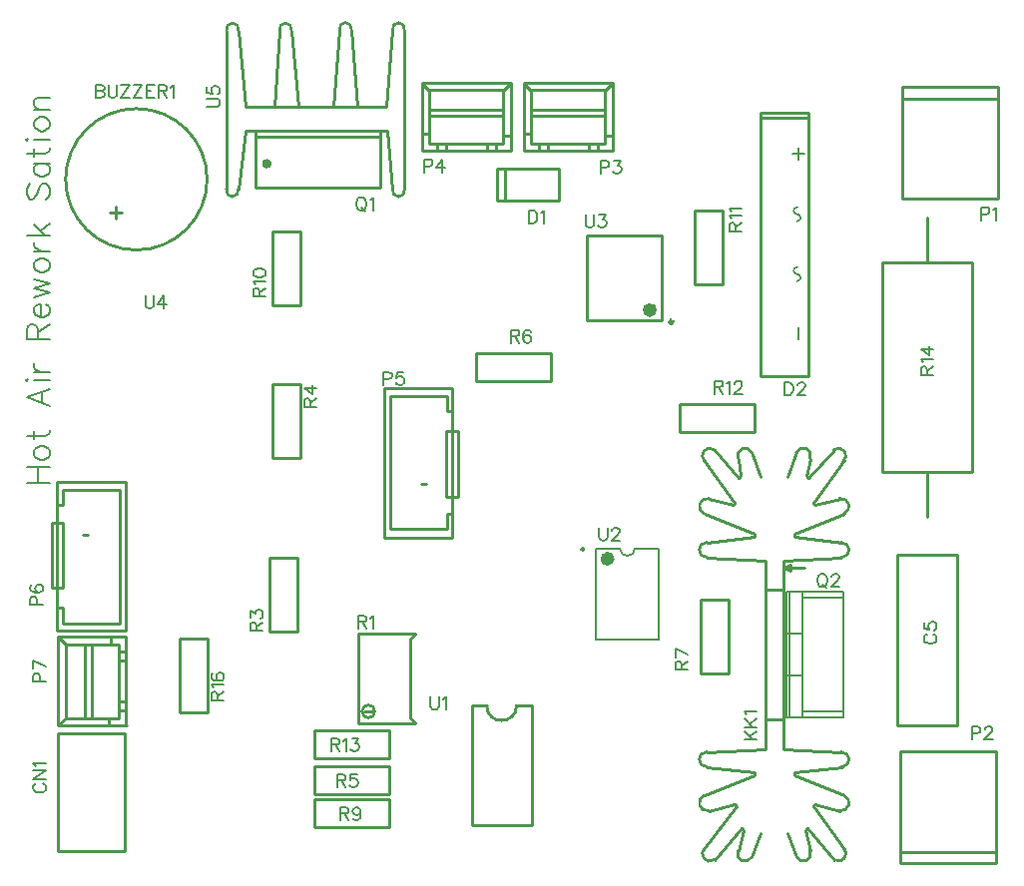
<source format=gto>
G04 Layer: TopSilkLayer*
G04 EasyEDA v6.4.0, 2020-08-15T23:10:14+05:30*
G04 5cc65f200d574341adaaee413559fcb0,ac1a8ddbb09a48189df0a8a7e8d705f5,10*
G04 Gerber Generator version 0.2*
G04 Scale: 100 percent, Rotated: No, Reflected: No *
G04 Dimensions in inches *
G04 leading zeros omitted , absolute positions ,2 integer and 4 decimal *
%FSLAX24Y24*%
%MOIN*%
G90*
G70D02*

%ADD10C,0.010000*%
%ADD34C,0.005905*%
%ADD35C,0.009000*%
%ADD36C,0.007874*%
%ADD37C,0.008000*%
%ADD38C,0.015748*%
%ADD39C,0.009842*%
%ADD40C,0.023622*%
%ADD41C,0.011811*%
%ADD42C,0.007000*%

%LPD*%
G54D10*
G01X7963Y24702D02*
G01X12136Y24702D01*
G01X12136Y22813D01*
G01X7963Y22813D01*
G01X7963Y24702D01*
G01X12136Y24505D02*
G01X7963Y24505D01*
G54D34*
G01X26250Y9100D02*
G01X27600Y9100D01*
G01X26250Y5300D02*
G01X27600Y5300D01*
G01X25800Y9300D02*
G01X25800Y5100D01*
G01X26200Y7900D02*
G01X25700Y7900D01*
G01X26200Y6500D02*
G01X25700Y6500D01*
G01X26250Y5100D02*
G01X26250Y9300D01*
G01X25700Y5100D02*
G01X25700Y9300D01*
G01X27600Y9300D01*
G01X27600Y5100D01*
G01X25700Y5100D01*
G54D10*
G01X32710Y225D02*
G01X32710Y3965D01*
G01X29527Y225D02*
G01X29527Y3965D01*
G01X32686Y3965D02*
G01X29538Y3965D01*
G01X32686Y225D02*
G01X29538Y225D01*
G01X32686Y619D02*
G01X29538Y619D01*
G01X16939Y26319D02*
G01X16939Y24036D01*
G01X16939Y26319D02*
G01X19893Y26319D01*
G01X19900Y26319D02*
G01X19900Y24040D01*
G01X16947Y24040D02*
G01X19900Y24040D01*
G01X17180Y26069D02*
G01X19650Y26069D01*
G01X19650Y24280D01*
G01X19880Y26309D02*
G01X19880Y26280D01*
G01X19639Y26040D01*
G01X16950Y26309D02*
G01X16950Y26280D01*
G01X17189Y26040D01*
G01X17180Y25409D02*
G01X19650Y25409D01*
G01X17180Y25200D02*
G01X19650Y25200D01*
G01X16939Y24619D02*
G01X17169Y24619D01*
G01X19660Y24550D02*
G01X19889Y24550D01*
G01X17430Y24050D02*
G01X17430Y24280D01*
G01X19650Y24280D02*
G01X17180Y24280D01*
G01X17180Y24280D02*
G01X17180Y26059D01*
G01X17189Y26059D01*
G01X17735Y24044D02*
G01X17735Y24275D01*
G01X19100Y24050D02*
G01X19100Y24280D01*
G01X19405Y24044D02*
G01X19405Y24275D01*
G01X13539Y26319D02*
G01X13539Y24036D01*
G01X13539Y26319D02*
G01X16493Y26319D01*
G01X16500Y26319D02*
G01X16500Y24040D01*
G01X13547Y24040D02*
G01X16500Y24040D01*
G01X13780Y26069D02*
G01X16250Y26069D01*
G01X16250Y24280D01*
G01X16480Y26309D02*
G01X16480Y26280D01*
G01X16239Y26040D01*
G01X13550Y26309D02*
G01X13550Y26280D01*
G01X13789Y26040D01*
G01X13780Y25409D02*
G01X16250Y25409D01*
G01X13780Y25200D02*
G01X16250Y25200D01*
G01X13539Y24619D02*
G01X13769Y24619D01*
G01X16260Y24550D02*
G01X16489Y24550D01*
G01X14030Y24050D02*
G01X14030Y24280D01*
G01X16250Y24280D02*
G01X13780Y24280D01*
G01X13780Y24280D02*
G01X13780Y26059D01*
G01X13789Y26059D01*
G01X14335Y24044D02*
G01X14335Y24275D01*
G01X15700Y24050D02*
G01X15700Y24280D01*
G01X16005Y24044D02*
G01X16005Y24275D01*
G01X11900Y5300D02*
G01X11750Y5300D01*
G01X11600Y5300D01*
G01X11750Y5300D01*
G01X11400Y4900D02*
G01X11400Y7900D01*
G01X13300Y7900D01*
G01X13150Y7700D01*
G01X13150Y5100D01*
G01X13300Y4900D01*
G01X13200Y4900D01*
G01X11400Y4900D01*
G01X12269Y11119D02*
G01X14553Y11119D01*
G01X12269Y11119D02*
G01X12269Y16080D01*
G01X12469Y11390D02*
G01X14360Y11390D01*
G01X13519Y12909D02*
G01X13689Y12909D01*
G01X14560Y11119D02*
G01X14560Y16080D01*
G01X12280Y16090D02*
G01X14560Y16090D01*
G01X12480Y15850D02*
G01X14369Y15850D01*
G01X14369Y15330D02*
G01X14369Y15850D01*
G01X14369Y15330D02*
G01X14539Y15330D01*
G01X14369Y11909D02*
G01X14369Y11390D01*
G01X14369Y11909D02*
G01X14539Y11909D01*
G01X14360Y12490D02*
G01X14360Y14650D01*
G01X14360Y12480D02*
G01X14530Y12480D01*
G01X14360Y14659D02*
G01X14530Y14659D01*
G01X14730Y14650D02*
G01X14730Y12490D01*
G01X14730Y14659D02*
G01X14560Y14659D01*
G01X14730Y12480D02*
G01X14560Y12480D01*
G01X12469Y11390D02*
G01X12469Y15850D01*
G01X8430Y10440D02*
G01X9369Y10440D01*
G01X9369Y10440D02*
G01X9369Y7959D01*
G01X9369Y7959D02*
G01X8430Y7959D01*
G01X8430Y7959D02*
G01X8430Y10440D01*
G01X8530Y16240D02*
G01X9469Y16240D01*
G01X9469Y16240D02*
G01X9469Y13759D01*
G01X9469Y13759D02*
G01X8530Y13759D01*
G01X8530Y13759D02*
G01X8530Y16240D01*
G01X9960Y2530D02*
G01X9960Y3469D01*
G01X9960Y3469D02*
G01X12439Y3469D01*
G01X12439Y3469D02*
G01X12439Y2530D01*
G01X12439Y2530D02*
G01X9960Y2530D01*
G01X3300Y21780D02*
G01X3300Y22180D01*
G01X3100Y21980D02*
G01X3500Y21980D01*
G01X15360Y16330D02*
G01X15360Y17269D01*
G01X15360Y17269D02*
G01X17839Y17269D01*
G01X17839Y17269D02*
G01X17839Y16330D01*
G01X17839Y16330D02*
G01X15360Y16330D01*
G01X22830Y9040D02*
G01X23769Y9040D01*
G01X23769Y9040D02*
G01X23769Y6559D01*
G01X23769Y6559D02*
G01X22830Y6559D01*
G01X22830Y6559D02*
G01X22830Y9040D01*
G01X9469Y18859D02*
G01X8530Y18859D01*
G01X8530Y18859D02*
G01X8530Y21340D01*
G01X8530Y21340D02*
G01X9469Y21340D01*
G01X9469Y21340D02*
G01X9469Y18859D01*
G01X23569Y19559D02*
G01X22630Y19559D01*
G01X22630Y19559D02*
G01X22630Y22040D01*
G01X22630Y22040D02*
G01X23569Y22040D01*
G01X23569Y22040D02*
G01X23569Y19559D01*
G01X22160Y14630D02*
G01X22160Y15569D01*
G01X22160Y15569D02*
G01X24639Y15569D01*
G01X24639Y15569D02*
G01X24639Y14630D01*
G01X24639Y14630D02*
G01X22160Y14630D01*
G54D35*
G01X18100Y22359D02*
G01X16050Y22359D01*
G01X16050Y23440D01*
G01X18100Y23440D01*
G01X18100Y22359D01*
G01X16300Y22359D02*
G01X16300Y23440D01*
G54D10*
G01X31400Y10553D02*
G01X31400Y4846D01*
G01X31400Y4846D02*
G01X29400Y4846D01*
G01X29400Y4846D02*
G01X29400Y10553D01*
G01X29400Y10553D02*
G01X31400Y10553D01*
G54D36*
G01X20150Y10750D02*
G01X19356Y10750D01*
G01X19356Y7700D01*
G01X21443Y7700D01*
G01X21443Y10750D01*
G01X20650Y10750D01*
G54D10*
G01X6369Y5259D02*
G01X5430Y5259D01*
G01X5430Y5259D02*
G01X5430Y7740D01*
G01X5430Y7740D02*
G01X6369Y7740D01*
G01X6369Y7740D02*
G01X6369Y5259D01*
G01X27550Y3950D02*
G01X25600Y4050D01*
G01X25600Y5030D01*
G01X25010Y5030D01*
G01X27500Y1980D02*
G01X26660Y2209D01*
G01X26619Y2130D01*
G01X27639Y709D01*
G01X27630Y2500D02*
G01X25969Y3159D01*
G01X25969Y3269D01*
G01X27580Y3450D01*
G01X27300Y350D02*
G01X26400Y1390D01*
G01X26330Y1340D01*
G01X26500Y650D01*
G01X23050Y10450D02*
G01X25000Y10350D01*
G01X25000Y4050D01*
G01X23050Y3950D01*
G01X23100Y12419D02*
G01X23939Y12190D01*
G01X23980Y12269D01*
G01X22960Y13690D01*
G01X22969Y11900D02*
G01X24630Y11240D01*
G01X24630Y11130D01*
G01X23030Y10950D01*
G01X23300Y14050D02*
G01X24100Y13109D01*
G01X24169Y13159D01*
G01X24100Y13750D01*
G01X23100Y1980D02*
G01X23989Y2209D01*
G01X24030Y2130D01*
G01X22960Y709D01*
G01X22969Y2500D02*
G01X24630Y3159D01*
G01X24630Y3269D01*
G01X23039Y3450D01*
G01X23300Y350D02*
G01X24200Y1390D01*
G01X24269Y1340D01*
G01X24100Y650D01*
G01X27550Y10450D02*
G01X25600Y10350D01*
G01X25600Y9369D01*
G01X25600Y5030D01*
G01X27500Y12419D02*
G01X26660Y12190D01*
G01X26619Y12269D01*
G01X27639Y13690D01*
G01X27630Y11900D02*
G01X25969Y11240D01*
G01X25969Y11130D01*
G01X27569Y10950D01*
G01X27300Y14050D02*
G01X26450Y13109D01*
G01X26380Y13159D01*
G01X26500Y13750D01*
G01X25750Y1250D02*
G01X26050Y440D01*
G01X24850Y1250D02*
G01X24550Y430D01*
G01X25750Y13150D02*
G01X26050Y13969D01*
G01X24850Y13150D02*
G01X24550Y13969D01*
G01X26300Y10100D02*
G01X25700Y10100D01*
G01X25850Y10150D01*
G01X25850Y10200D01*
G01X25650Y10100D01*
G01X25850Y10000D01*
G01X25850Y10050D01*
G01X25850Y10150D01*
G01X25700Y10100D02*
G01X25650Y10100D01*
G01X25850Y10050D01*
G01X25600Y9369D02*
G01X25010Y9369D01*
G01X7637Y24718D02*
G01X7637Y24718D01*
G01X12380Y24718D01*
G01X12559Y22750D01*
G01X12952Y26096D02*
G01X12952Y22750D01*
G01X12952Y28065D02*
G01X12952Y25900D01*
G01X7637Y25506D02*
G01X12362Y25506D01*
G01X12559Y28065D01*
G01X12559Y28065D01*
G01X10787Y28065D02*
G01X10590Y25506D01*
G01X10590Y25506D01*
G01X11181Y28065D02*
G01X11377Y25506D01*
G01X7637Y24718D02*
G01X7637Y24718D01*
G01X7401Y22750D01*
G01X7401Y22750D01*
G01X7015Y26079D02*
G01X7007Y22750D01*
G01X7015Y28048D02*
G01X7015Y25883D01*
G01X7637Y25506D02*
G01X7637Y25506D01*
G01X7409Y28048D01*
G01X7409Y28048D01*
G01X9180Y28048D02*
G01X9409Y25506D01*
G01X9409Y25506D01*
G01X8787Y28048D02*
G01X8622Y25506D01*
G01X29589Y26175D02*
G01X29589Y22434D01*
G01X32772Y26175D02*
G01X32772Y22434D01*
G01X29613Y22434D02*
G01X32761Y22434D01*
G01X29613Y26175D02*
G01X32761Y26175D01*
G01X29613Y25780D02*
G01X32761Y25780D01*
G01X30400Y20300D02*
G01X30400Y21800D01*
G01X28900Y13300D02*
G01X28900Y20300D01*
G01X31900Y20300D01*
G01X31900Y13300D01*
G01X30400Y13300D01*
G01X28900Y13300D01*
G01X30400Y11800D02*
G01X30400Y13300D01*
G01X26451Y25151D02*
G01X24888Y25151D01*
G54D37*
G01X26108Y18128D02*
G01X26108Y17734D01*
G01X26108Y24128D02*
G01X26108Y23734D01*
G01X26305Y23931D02*
G01X25911Y23931D01*
G54D10*
G01X24848Y25309D02*
G01X26451Y25309D01*
G01X26451Y16490D01*
G01X24848Y16490D01*
G01X24848Y25309D01*
G01X21560Y21196D02*
G01X21560Y18363D01*
G01X21560Y21196D02*
G01X19039Y21196D01*
G01X19039Y18363D02*
G01X19039Y21196D01*
G01X19039Y18363D02*
G01X21560Y18363D01*
G01X3630Y12980D02*
G01X1346Y12980D01*
G01X3630Y12980D02*
G01X3630Y8019D01*
G01X3430Y12709D02*
G01X1539Y12709D01*
G01X2380Y11190D02*
G01X2210Y11190D01*
G01X1339Y12980D02*
G01X1339Y8019D01*
G01X3619Y8009D02*
G01X1339Y8009D01*
G01X3419Y8250D02*
G01X1530Y8250D01*
G01X1530Y8769D02*
G01X1530Y8250D01*
G01X1530Y8769D02*
G01X1360Y8769D01*
G01X1530Y12190D02*
G01X1530Y12709D01*
G01X1530Y12190D02*
G01X1360Y12190D01*
G01X1539Y11609D02*
G01X1539Y9450D01*
G01X1539Y11619D02*
G01X1369Y11619D01*
G01X1539Y9440D02*
G01X1369Y9440D01*
G01X1169Y9450D02*
G01X1169Y11609D01*
G01X1169Y9440D02*
G01X1339Y9440D01*
G01X1169Y11619D02*
G01X1339Y11619D01*
G01X3430Y12709D02*
G01X3430Y8250D01*
G01X15200Y1500D02*
G01X17200Y1500D01*
G01X17200Y1500D02*
G01X17200Y5500D01*
G01X15200Y1500D02*
G01X15200Y5500D01*
G01X15200Y5500D02*
G01X15700Y5500D01*
G01X16700Y5500D02*
G01X17200Y5500D01*
G01X12439Y2369D02*
G01X12439Y1430D01*
G01X12439Y1430D02*
G01X9960Y1430D01*
G01X9960Y1430D02*
G01X9960Y2369D01*
G01X9960Y2369D02*
G01X12439Y2369D01*
G01X12439Y4669D02*
G01X12439Y3730D01*
G01X12439Y3730D02*
G01X9960Y3730D01*
G01X9960Y3730D02*
G01X9960Y4669D01*
G01X9960Y4669D02*
G01X12439Y4669D01*
G01X1377Y639D02*
G01X1377Y4576D01*
G01X1377Y4576D02*
G01X3622Y4576D01*
G01X3622Y4576D02*
G01X3622Y639D01*
G01X3622Y639D02*
G01X1377Y639D01*
G01X1380Y4840D02*
G01X3663Y4840D01*
G01X1380Y4840D02*
G01X1380Y7792D01*
G01X1380Y7800D02*
G01X3660Y7800D01*
G01X3660Y4847D02*
G01X3660Y7800D01*
G01X1630Y5080D02*
G01X1630Y7550D01*
G01X3419Y7550D01*
G01X1389Y7780D02*
G01X1419Y7780D01*
G01X1660Y7540D01*
G01X1389Y4850D02*
G01X1419Y4850D01*
G01X1660Y5090D01*
G01X2289Y5080D02*
G01X2289Y7550D01*
G01X2500Y5080D02*
G01X2500Y7550D01*
G01X3080Y4840D02*
G01X3080Y5069D01*
G01X3150Y7559D02*
G01X3150Y7790D01*
G01X3650Y5330D02*
G01X3419Y5330D01*
G01X3419Y7550D02*
G01X3419Y5080D01*
G01X3419Y5080D02*
G01X1639Y5080D01*
G01X1639Y5090D01*
G01X3655Y5634D02*
G01X3425Y5634D01*
G01X3650Y7000D02*
G01X3419Y7000D01*
G01X3655Y7305D02*
G01X3425Y7305D01*
G54D37*
G01X336Y12948D02*
G01X1100Y12948D01*
G01X336Y13457D02*
G01X1100Y13457D01*
G01X700Y12948D02*
G01X700Y13457D01*
G01X590Y13880D02*
G01X627Y13807D01*
G01X700Y13734D01*
G01X809Y13698D01*
G01X881Y13698D01*
G01X990Y13734D01*
G01X1064Y13807D01*
G01X1100Y13880D01*
G01X1100Y13988D01*
G01X1064Y14061D01*
G01X990Y14134D01*
G01X881Y14171D01*
G01X809Y14171D01*
G01X700Y14134D01*
G01X627Y14061D01*
G01X590Y13988D01*
G01X590Y13880D01*
G01X336Y14519D02*
G01X955Y14519D01*
G01X1064Y14555D01*
G01X1100Y14628D01*
G01X1100Y14701D01*
G01X590Y14411D02*
G01X590Y14665D01*
G01X336Y15792D02*
G01X1100Y15501D01*
G01X336Y15792D02*
G01X1100Y16084D01*
G01X846Y15611D02*
G01X846Y15973D01*
G01X336Y16323D02*
G01X372Y16359D01*
G01X336Y16396D01*
G01X300Y16359D01*
G01X336Y16323D01*
G01X590Y16359D02*
G01X1100Y16359D01*
G01X590Y16636D02*
G01X1100Y16636D01*
G01X809Y16636D02*
G01X700Y16673D01*
G01X627Y16744D01*
G01X590Y16817D01*
G01X590Y16927D01*
G01X336Y17727D02*
G01X1100Y17727D01*
G01X336Y17727D02*
G01X336Y18053D01*
G01X372Y18163D01*
G01X409Y18200D01*
G01X481Y18236D01*
G01X555Y18236D01*
G01X627Y18200D01*
G01X664Y18163D01*
G01X700Y18053D01*
G01X700Y17727D01*
G01X700Y17982D02*
G01X1100Y18236D01*
G01X809Y18476D02*
G01X809Y18913D01*
G01X736Y18913D01*
G01X664Y18876D01*
G01X627Y18840D01*
G01X590Y18767D01*
G01X590Y18657D01*
G01X627Y18584D01*
G01X700Y18513D01*
G01X809Y18476D01*
G01X881Y18476D01*
G01X990Y18513D01*
G01X1064Y18584D01*
G01X1100Y18657D01*
G01X1100Y18767D01*
G01X1064Y18840D01*
G01X990Y18913D01*
G01X590Y19153D02*
G01X1100Y19298D01*
G01X590Y19444D02*
G01X1100Y19298D01*
G01X590Y19444D02*
G01X1100Y19588D01*
G01X590Y19734D02*
G01X1100Y19588D01*
G01X590Y20155D02*
G01X627Y20084D01*
G01X700Y20011D01*
G01X809Y19973D01*
G01X881Y19973D01*
G01X990Y20011D01*
G01X1064Y20084D01*
G01X1100Y20155D01*
G01X1100Y20265D01*
G01X1064Y20338D01*
G01X990Y20411D01*
G01X881Y20446D01*
G01X809Y20446D01*
G01X700Y20411D01*
G01X627Y20338D01*
G01X590Y20265D01*
G01X590Y20155D01*
G01X590Y20686D02*
G01X1100Y20686D01*
G01X809Y20686D02*
G01X700Y20723D01*
G01X627Y20796D01*
G01X590Y20869D01*
G01X590Y20978D01*
G01X336Y21217D02*
G01X1100Y21217D01*
G01X590Y21582D02*
G01X955Y21217D01*
G01X809Y21363D02*
G01X1100Y21617D01*
G01X446Y22927D02*
G01X372Y22853D01*
G01X336Y22744D01*
G01X336Y22600D01*
G01X372Y22490D01*
G01X446Y22417D01*
G01X518Y22417D01*
G01X590Y22453D01*
G01X627Y22490D01*
G01X664Y22563D01*
G01X736Y22782D01*
G01X772Y22853D01*
G01X809Y22890D01*
G01X881Y22927D01*
G01X990Y22927D01*
G01X1064Y22853D01*
G01X1100Y22744D01*
G01X1100Y22600D01*
G01X1064Y22490D01*
G01X990Y22417D01*
G01X590Y23603D02*
G01X1100Y23603D01*
G01X700Y23603D02*
G01X627Y23530D01*
G01X590Y23457D01*
G01X590Y23348D01*
G01X627Y23276D01*
G01X700Y23203D01*
G01X809Y23167D01*
G01X881Y23167D01*
G01X990Y23203D01*
G01X1064Y23276D01*
G01X1100Y23348D01*
G01X1100Y23457D01*
G01X1064Y23530D01*
G01X990Y23603D01*
G01X336Y23953D02*
G01X955Y23953D01*
G01X1064Y23988D01*
G01X1100Y24061D01*
G01X1100Y24134D01*
G01X590Y23844D02*
G01X590Y24098D01*
G01X336Y24373D02*
G01X372Y24411D01*
G01X336Y24446D01*
G01X300Y24411D01*
G01X336Y24373D01*
G01X590Y24411D02*
G01X1100Y24411D01*
G01X590Y24869D02*
G01X627Y24796D01*
G01X700Y24723D01*
G01X809Y24686D01*
G01X881Y24686D01*
G01X990Y24723D01*
G01X1064Y24796D01*
G01X1100Y24869D01*
G01X1100Y24978D01*
G01X1064Y25051D01*
G01X990Y25123D01*
G01X881Y25159D01*
G01X809Y25159D01*
G01X700Y25123D01*
G01X627Y25051D01*
G01X590Y24978D01*
G01X590Y24869D01*
G01X590Y25400D02*
G01X1100Y25400D01*
G01X736Y25400D02*
G01X627Y25509D01*
G01X590Y25582D01*
G01X590Y25690D01*
G01X627Y25763D01*
G01X736Y25800D01*
G01X1100Y25800D01*
G54D42*
G01X11468Y22480D02*
G01X11427Y22460D01*
G01X11386Y22419D01*
G01X11365Y22378D01*
G01X11345Y22317D01*
G01X11345Y22215D01*
G01X11365Y22153D01*
G01X11386Y22112D01*
G01X11427Y22071D01*
G01X11468Y22051D01*
G01X11550Y22051D01*
G01X11590Y22071D01*
G01X11631Y22112D01*
G01X11652Y22153D01*
G01X11672Y22215D01*
G01X11672Y22317D01*
G01X11652Y22378D01*
G01X11631Y22419D01*
G01X11590Y22460D01*
G01X11550Y22480D01*
G01X11468Y22480D01*
G01X11529Y22133D02*
G01X11652Y22010D01*
G01X11807Y22399D02*
G01X11848Y22419D01*
G01X11910Y22480D01*
G01X11910Y22051D01*
G01X26868Y9896D02*
G01X26827Y9876D01*
G01X26786Y9834D01*
G01X26765Y9794D01*
G01X26745Y9732D01*
G01X26745Y9630D01*
G01X26765Y9569D01*
G01X26786Y9528D01*
G01X26827Y9486D01*
G01X26868Y9467D01*
G01X26950Y9467D01*
G01X26990Y9486D01*
G01X27031Y9528D01*
G01X27052Y9569D01*
G01X27072Y9630D01*
G01X27072Y9732D01*
G01X27052Y9794D01*
G01X27031Y9834D01*
G01X26990Y9876D01*
G01X26950Y9896D01*
G01X26868Y9896D01*
G01X26929Y9548D02*
G01X27052Y9426D01*
G01X27228Y9794D02*
G01X27228Y9815D01*
G01X27248Y9855D01*
G01X27269Y9876D01*
G01X27310Y9896D01*
G01X27391Y9896D01*
G01X27432Y9876D01*
G01X27453Y9855D01*
G01X27473Y9815D01*
G01X27473Y9773D01*
G01X27453Y9732D01*
G01X27412Y9671D01*
G01X27207Y9467D01*
G01X27494Y9467D01*
G01X31900Y4800D02*
G01X31900Y4371D01*
G01X31900Y4800D02*
G01X32084Y4800D01*
G01X32144Y4780D01*
G01X32165Y4759D01*
G01X32185Y4719D01*
G01X32185Y4657D01*
G01X32165Y4615D01*
G01X32144Y4596D01*
G01X32084Y4575D01*
G01X31900Y4575D01*
G01X32342Y4698D02*
G01X32342Y4719D01*
G01X32361Y4759D01*
G01X32382Y4780D01*
G01X32423Y4800D01*
G01X32505Y4800D01*
G01X32546Y4780D01*
G01X32567Y4759D01*
G01X32586Y4719D01*
G01X32586Y4678D01*
G01X32567Y4636D01*
G01X32526Y4575D01*
G01X32321Y4371D01*
G01X32607Y4371D01*
G01X19500Y23700D02*
G01X19500Y23271D01*
G01X19500Y23700D02*
G01X19684Y23700D01*
G01X19744Y23680D01*
G01X19765Y23659D01*
G01X19785Y23619D01*
G01X19785Y23557D01*
G01X19765Y23515D01*
G01X19744Y23496D01*
G01X19684Y23475D01*
G01X19500Y23475D01*
G01X19961Y23700D02*
G01X20186Y23700D01*
G01X20064Y23536D01*
G01X20126Y23536D01*
G01X20167Y23515D01*
G01X20186Y23496D01*
G01X20207Y23434D01*
G01X20207Y23394D01*
G01X20186Y23332D01*
G01X20146Y23290D01*
G01X20085Y23271D01*
G01X20023Y23271D01*
G01X19961Y23290D01*
G01X19942Y23311D01*
G01X19921Y23353D01*
G01X13600Y23744D02*
G01X13600Y23315D01*
G01X13600Y23744D02*
G01X13784Y23744D01*
G01X13844Y23725D01*
G01X13865Y23705D01*
G01X13885Y23663D01*
G01X13885Y23602D01*
G01X13865Y23561D01*
G01X13844Y23540D01*
G01X13784Y23519D01*
G01X13600Y23519D01*
G01X14226Y23744D02*
G01X14021Y23459D01*
G01X14327Y23459D01*
G01X14226Y23744D02*
G01X14226Y23315D01*
G01X11400Y8500D02*
G01X11400Y8071D01*
G01X11400Y8500D02*
G01X11584Y8500D01*
G01X11644Y8480D01*
G01X11665Y8459D01*
G01X11685Y8419D01*
G01X11685Y8378D01*
G01X11665Y8336D01*
G01X11644Y8315D01*
G01X11584Y8296D01*
G01X11400Y8296D01*
G01X11543Y8296D02*
G01X11685Y8071D01*
G01X11821Y8419D02*
G01X11861Y8438D01*
G01X11923Y8500D01*
G01X11923Y8071D01*
G01X12245Y16636D02*
G01X12245Y16207D01*
G01X12245Y16636D02*
G01X12429Y16636D01*
G01X12490Y16616D01*
G01X12511Y16596D01*
G01X12531Y16555D01*
G01X12531Y16493D01*
G01X12511Y16452D01*
G01X12490Y16432D01*
G01X12429Y16411D01*
G01X12245Y16411D01*
G01X12912Y16636D02*
G01X12707Y16636D01*
G01X12687Y16452D01*
G01X12707Y16473D01*
G01X12769Y16493D01*
G01X12830Y16493D01*
G01X12891Y16473D01*
G01X12932Y16432D01*
G01X12953Y16371D01*
G01X12953Y16330D01*
G01X12932Y16268D01*
G01X12891Y16227D01*
G01X12830Y16207D01*
G01X12769Y16207D01*
G01X12707Y16227D01*
G01X12687Y16248D01*
G01X12666Y16289D01*
G01X7800Y7991D02*
G01X8229Y7991D01*
G01X7800Y7991D02*
G01X7800Y8175D01*
G01X7820Y8236D01*
G01X7840Y8257D01*
G01X7881Y8277D01*
G01X7922Y8277D01*
G01X7963Y8257D01*
G01X7984Y8236D01*
G01X8004Y8175D01*
G01X8004Y7991D01*
G01X8004Y8134D02*
G01X8229Y8277D01*
G01X7800Y8453D02*
G01X7800Y8678D01*
G01X7963Y8556D01*
G01X7963Y8617D01*
G01X7984Y8658D01*
G01X8004Y8678D01*
G01X8065Y8699D01*
G01X8106Y8699D01*
G01X8168Y8678D01*
G01X8209Y8637D01*
G01X8229Y8576D01*
G01X8229Y8515D01*
G01X8209Y8453D01*
G01X8188Y8433D01*
G01X8147Y8412D01*
G01X9600Y15471D02*
G01X10029Y15471D01*
G01X9600Y15471D02*
G01X9600Y15655D01*
G01X9620Y15717D01*
G01X9640Y15738D01*
G01X9681Y15757D01*
G01X9722Y15757D01*
G01X9763Y15738D01*
G01X9784Y15717D01*
G01X9804Y15655D01*
G01X9804Y15471D01*
G01X9804Y15615D02*
G01X10029Y15757D01*
G01X9600Y16098D02*
G01X9886Y15892D01*
G01X9886Y16200D01*
G01X9600Y16098D02*
G01X10029Y16098D01*
G01X10700Y3200D02*
G01X10700Y2771D01*
G01X10700Y3200D02*
G01X10884Y3200D01*
G01X10944Y3180D01*
G01X10965Y3159D01*
G01X10985Y3119D01*
G01X10985Y3078D01*
G01X10965Y3036D01*
G01X10944Y3015D01*
G01X10884Y2996D01*
G01X10700Y2996D01*
G01X10843Y2996D02*
G01X10985Y2771D01*
G01X11367Y3200D02*
G01X11161Y3200D01*
G01X11142Y3015D01*
G01X11161Y3036D01*
G01X11223Y3057D01*
G01X11285Y3057D01*
G01X11346Y3036D01*
G01X11386Y2996D01*
G01X11407Y2934D01*
G01X11407Y2894D01*
G01X11386Y2832D01*
G01X11346Y2790D01*
G01X11285Y2771D01*
G01X11223Y2771D01*
G01X11161Y2790D01*
G01X11142Y2811D01*
G01X11121Y2853D01*
G01X2645Y26234D02*
G01X2645Y25805D01*
G01X2645Y26234D02*
G01X2829Y26234D01*
G01X2890Y26214D01*
G01X2911Y26194D01*
G01X2931Y26153D01*
G01X2931Y26112D01*
G01X2911Y26071D01*
G01X2890Y26050D01*
G01X2829Y26030D01*
G01X2645Y26030D02*
G01X2829Y26030D01*
G01X2890Y26009D01*
G01X2911Y25989D01*
G01X2931Y25948D01*
G01X2931Y25887D01*
G01X2911Y25846D01*
G01X2890Y25825D01*
G01X2829Y25805D01*
G01X2645Y25805D01*
G01X3066Y26234D02*
G01X3066Y25928D01*
G01X3087Y25866D01*
G01X3128Y25825D01*
G01X3189Y25805D01*
G01X3230Y25805D01*
G01X3291Y25825D01*
G01X3332Y25866D01*
G01X3353Y25928D01*
G01X3353Y26234D01*
G01X3774Y26234D02*
G01X3488Y25805D01*
G01X3488Y26234D02*
G01X3774Y26234D01*
G01X3488Y25805D02*
G01X3774Y25805D01*
G01X4195Y26234D02*
G01X3909Y25805D01*
G01X3909Y26234D02*
G01X4195Y26234D01*
G01X3909Y25805D02*
G01X4195Y25805D01*
G01X4330Y26234D02*
G01X4330Y25805D01*
G01X4330Y26234D02*
G01X4596Y26234D01*
G01X4330Y26030D02*
G01X4494Y26030D01*
G01X4330Y25805D02*
G01X4596Y25805D01*
G01X4731Y26234D02*
G01X4731Y25805D01*
G01X4731Y26234D02*
G01X4915Y26234D01*
G01X4977Y26214D01*
G01X4997Y26194D01*
G01X5018Y26153D01*
G01X5018Y26112D01*
G01X4997Y26071D01*
G01X4977Y26050D01*
G01X4915Y26030D01*
G01X4731Y26030D01*
G01X4875Y26030D02*
G01X5018Y25805D01*
G01X5153Y26153D02*
G01X5194Y26173D01*
G01X5255Y26234D01*
G01X5255Y25805D01*
G01X16500Y18044D02*
G01X16500Y17615D01*
G01X16500Y18044D02*
G01X16684Y18044D01*
G01X16744Y18025D01*
G01X16765Y18005D01*
G01X16785Y17963D01*
G01X16785Y17923D01*
G01X16765Y17882D01*
G01X16744Y17861D01*
G01X16684Y17840D01*
G01X16500Y17840D01*
G01X16643Y17840D02*
G01X16785Y17615D01*
G01X17167Y17984D02*
G01X17146Y18025D01*
G01X17085Y18044D01*
G01X17043Y18044D01*
G01X16982Y18025D01*
G01X16942Y17963D01*
G01X16921Y17861D01*
G01X16921Y17759D01*
G01X16942Y17677D01*
G01X16982Y17636D01*
G01X17043Y17615D01*
G01X17064Y17615D01*
G01X17126Y17636D01*
G01X17167Y17677D01*
G01X17186Y17738D01*
G01X17186Y17759D01*
G01X17167Y17819D01*
G01X17126Y17861D01*
G01X17064Y17882D01*
G01X17043Y17882D01*
G01X16982Y17861D01*
G01X16942Y17819D01*
G01X16921Y17759D01*
G01X22000Y6691D02*
G01X22429Y6691D01*
G01X22000Y6691D02*
G01X22000Y6875D01*
G01X22020Y6936D01*
G01X22040Y6957D01*
G01X22081Y6977D01*
G01X22122Y6977D01*
G01X22163Y6957D01*
G01X22184Y6936D01*
G01X22204Y6875D01*
G01X22204Y6691D01*
G01X22204Y6834D02*
G01X22429Y6977D01*
G01X22000Y7399D02*
G01X22429Y7194D01*
G01X22000Y7112D02*
G01X22000Y7399D01*
G01X7900Y19155D02*
G01X8329Y19155D01*
G01X7900Y19155D02*
G01X7900Y19338D01*
G01X7920Y19400D01*
G01X7940Y19421D01*
G01X7981Y19440D01*
G01X8022Y19440D01*
G01X8063Y19421D01*
G01X8084Y19400D01*
G01X8104Y19338D01*
G01X8104Y19155D01*
G01X8104Y19298D02*
G01X8329Y19440D01*
G01X7981Y19576D02*
G01X7961Y19617D01*
G01X7900Y19678D01*
G01X8329Y19678D01*
G01X7900Y19936D02*
G01X7920Y19875D01*
G01X7981Y19834D01*
G01X8084Y19813D01*
G01X8145Y19813D01*
G01X8247Y19834D01*
G01X8309Y19875D01*
G01X8329Y19936D01*
G01X8329Y19977D01*
G01X8309Y20038D01*
G01X8247Y20080D01*
G01X8145Y20100D01*
G01X8084Y20100D01*
G01X7981Y20080D01*
G01X7920Y20038D01*
G01X7900Y19977D01*
G01X7900Y19936D01*
G01X23800Y21338D02*
G01X24229Y21338D01*
G01X23800Y21338D02*
G01X23800Y21522D01*
G01X23820Y21583D01*
G01X23840Y21604D01*
G01X23881Y21624D01*
G01X23922Y21624D01*
G01X23963Y21604D01*
G01X23984Y21583D01*
G01X24004Y21522D01*
G01X24004Y21338D01*
G01X24004Y21481D02*
G01X24229Y21624D01*
G01X23881Y21759D02*
G01X23861Y21800D01*
G01X23800Y21862D01*
G01X24229Y21862D01*
G01X23881Y21997D02*
G01X23861Y22038D01*
G01X23800Y22099D01*
G01X24229Y22099D01*
G01X23300Y16344D02*
G01X23300Y15915D01*
G01X23300Y16344D02*
G01X23484Y16344D01*
G01X23544Y16325D01*
G01X23565Y16305D01*
G01X23585Y16263D01*
G01X23585Y16223D01*
G01X23565Y16182D01*
G01X23544Y16161D01*
G01X23484Y16140D01*
G01X23300Y16140D01*
G01X23443Y16140D02*
G01X23585Y15915D01*
G01X23721Y16263D02*
G01X23761Y16284D01*
G01X23823Y16344D01*
G01X23823Y15915D01*
G01X23978Y16242D02*
G01X23978Y16263D01*
G01X24000Y16305D01*
G01X24019Y16325D01*
G01X24060Y16344D01*
G01X24143Y16344D01*
G01X24184Y16325D01*
G01X24203Y16305D01*
G01X24225Y16263D01*
G01X24225Y16223D01*
G01X24203Y16182D01*
G01X24163Y16119D01*
G01X23959Y15915D01*
G01X24244Y15915D01*
G01X17100Y22044D02*
G01X17100Y21615D01*
G01X17100Y22044D02*
G01X17243Y22044D01*
G01X17305Y22025D01*
G01X17344Y21984D01*
G01X17365Y21942D01*
G01X17385Y21882D01*
G01X17385Y21780D01*
G01X17365Y21717D01*
G01X17344Y21677D01*
G01X17305Y21636D01*
G01X17243Y21615D01*
G01X17100Y21615D01*
G01X17521Y21963D02*
G01X17561Y21984D01*
G01X17623Y22044D01*
G01X17623Y21615D01*
G01X30402Y7878D02*
G01X30361Y7857D01*
G01X30320Y7817D01*
G01X30300Y7776D01*
G01X30300Y7694D01*
G01X30320Y7653D01*
G01X30361Y7613D01*
G01X30402Y7592D01*
G01X30463Y7571D01*
G01X30565Y7571D01*
G01X30627Y7592D01*
G01X30668Y7613D01*
G01X30709Y7653D01*
G01X30729Y7694D01*
G01X30729Y7776D01*
G01X30709Y7817D01*
G01X30668Y7857D01*
G01X30627Y7878D01*
G01X30300Y8259D02*
G01X30300Y8055D01*
G01X30484Y8034D01*
G01X30463Y8055D01*
G01X30443Y8115D01*
G01X30443Y8176D01*
G01X30463Y8238D01*
G01X30504Y8280D01*
G01X30565Y8300D01*
G01X30606Y8300D01*
G01X30668Y8280D01*
G01X30709Y8238D01*
G01X30729Y8176D01*
G01X30729Y8115D01*
G01X30709Y8055D01*
G01X30688Y8034D01*
G01X30647Y8013D01*
G01X19445Y11436D02*
G01X19445Y11130D01*
G01X19465Y11068D01*
G01X19506Y11027D01*
G01X19568Y11007D01*
G01X19609Y11007D01*
G01X19670Y11027D01*
G01X19711Y11068D01*
G01X19731Y11130D01*
G01X19731Y11436D01*
G01X19887Y11334D02*
G01X19887Y11355D01*
G01X19907Y11396D01*
G01X19928Y11416D01*
G01X19969Y11436D01*
G01X20050Y11436D01*
G01X20091Y11416D01*
G01X20112Y11396D01*
G01X20132Y11355D01*
G01X20132Y11314D01*
G01X20112Y11273D01*
G01X20071Y11211D01*
G01X19866Y11007D01*
G01X20153Y11007D01*
G01X6500Y5675D02*
G01X6929Y5675D01*
G01X6500Y5675D02*
G01X6500Y5859D01*
G01X6520Y5919D01*
G01X6540Y5940D01*
G01X6581Y5961D01*
G01X6622Y5961D01*
G01X6663Y5940D01*
G01X6684Y5919D01*
G01X6704Y5859D01*
G01X6704Y5675D01*
G01X6704Y5817D02*
G01X6929Y5961D01*
G01X6581Y6096D02*
G01X6561Y6136D01*
G01X6500Y6198D01*
G01X6929Y6198D01*
G01X6561Y6578D02*
G01X6520Y6559D01*
G01X6500Y6496D01*
G01X6500Y6455D01*
G01X6520Y6394D01*
G01X6581Y6353D01*
G01X6684Y6334D01*
G01X6786Y6334D01*
G01X6868Y6353D01*
G01X6909Y6394D01*
G01X6929Y6455D01*
G01X6929Y6476D01*
G01X6909Y6538D01*
G01X6868Y6578D01*
G01X6806Y6600D01*
G01X6786Y6600D01*
G01X6725Y6578D01*
G01X6684Y6538D01*
G01X6663Y6476D01*
G01X6663Y6455D01*
G01X6684Y6394D01*
G01X6725Y6353D01*
G01X6786Y6334D01*
G01X24300Y4355D02*
G01X24729Y4355D01*
G01X24300Y4640D02*
G01X24586Y4355D01*
G01X24484Y4457D02*
G01X24729Y4640D01*
G01X24300Y4776D02*
G01X24729Y4776D01*
G01X24300Y5063D02*
G01X24586Y4776D01*
G01X24484Y4878D02*
G01X24729Y5063D01*
G01X24381Y5198D02*
G01X24361Y5238D01*
G01X24300Y5300D01*
G01X24729Y5300D01*
G01X6355Y25500D02*
G01X6660Y25500D01*
G01X6722Y25519D01*
G01X6764Y25561D01*
G01X6784Y25623D01*
G01X6784Y25663D01*
G01X6764Y25725D01*
G01X6722Y25765D01*
G01X6660Y25786D01*
G01X6355Y25786D01*
G01X6355Y26167D02*
G01X6355Y25961D01*
G01X6539Y25942D01*
G01X6518Y25961D01*
G01X6497Y26023D01*
G01X6497Y26084D01*
G01X6518Y26146D01*
G01X6559Y26186D01*
G01X6619Y26207D01*
G01X6660Y26207D01*
G01X6722Y26186D01*
G01X6764Y26146D01*
G01X6784Y26084D01*
G01X6784Y26023D01*
G01X6764Y25961D01*
G01X6743Y25942D01*
G01X6702Y25921D01*
G01X32200Y22144D02*
G01X32200Y21715D01*
G01X32200Y22144D02*
G01X32384Y22144D01*
G01X32444Y22125D01*
G01X32465Y22105D01*
G01X32485Y22063D01*
G01X32485Y22002D01*
G01X32465Y21961D01*
G01X32444Y21940D01*
G01X32384Y21919D01*
G01X32200Y21919D01*
G01X32621Y22063D02*
G01X32661Y22084D01*
G01X32723Y22144D01*
G01X32723Y21715D01*
G01X30200Y16535D02*
G01X30629Y16535D01*
G01X30200Y16535D02*
G01X30200Y16719D01*
G01X30220Y16780D01*
G01X30240Y16801D01*
G01X30281Y16821D01*
G01X30322Y16821D01*
G01X30363Y16801D01*
G01X30384Y16780D01*
G01X30404Y16719D01*
G01X30404Y16535D01*
G01X30404Y16678D02*
G01X30629Y16821D01*
G01X30281Y16956D02*
G01X30261Y16997D01*
G01X30200Y17059D01*
G01X30629Y17059D01*
G01X30200Y17398D02*
G01X30486Y17194D01*
G01X30486Y17500D01*
G01X30200Y17398D02*
G01X30629Y17398D01*
G01X25650Y16294D02*
G01X25650Y15865D01*
G01X25650Y16294D02*
G01X25793Y16294D01*
G01X25855Y16275D01*
G01X25894Y16234D01*
G01X25915Y16192D01*
G01X25935Y16132D01*
G01X25935Y16030D01*
G01X25915Y15967D01*
G01X25894Y15926D01*
G01X25855Y15886D01*
G01X25793Y15865D01*
G01X25650Y15865D01*
G01X26092Y16192D02*
G01X26092Y16213D01*
G01X26111Y16255D01*
G01X26132Y16275D01*
G01X26173Y16294D01*
G01X26255Y16294D01*
G01X26296Y16275D01*
G01X26317Y16255D01*
G01X26336Y16213D01*
G01X26336Y16173D01*
G01X26317Y16132D01*
G01X26276Y16069D01*
G01X26071Y15865D01*
G01X26357Y15865D01*
G01X19000Y21900D02*
G01X19000Y21594D01*
G01X19019Y21532D01*
G01X19060Y21490D01*
G01X19122Y21471D01*
G01X19164Y21471D01*
G01X19225Y21490D01*
G01X19265Y21532D01*
G01X19285Y21594D01*
G01X19285Y21900D01*
G01X19461Y21900D02*
G01X19686Y21900D01*
G01X19564Y21736D01*
G01X19626Y21736D01*
G01X19667Y21715D01*
G01X19686Y21696D01*
G01X19707Y21634D01*
G01X19707Y21594D01*
G01X19686Y21532D01*
G01X19646Y21490D01*
G01X19585Y21471D01*
G01X19523Y21471D01*
G01X19461Y21490D01*
G01X19442Y21511D01*
G01X19421Y21553D01*
G01X454Y8855D02*
G01X883Y8855D01*
G01X454Y8855D02*
G01X454Y9039D01*
G01X474Y9100D01*
G01X494Y9121D01*
G01X535Y9141D01*
G01X597Y9141D01*
G01X638Y9121D01*
G01X658Y9100D01*
G01X679Y9039D01*
G01X679Y8855D01*
G01X515Y9522D02*
G01X474Y9501D01*
G01X454Y9440D01*
G01X454Y9399D01*
G01X474Y9338D01*
G01X535Y9297D01*
G01X638Y9276D01*
G01X740Y9276D01*
G01X822Y9297D01*
G01X863Y9338D01*
G01X883Y9399D01*
G01X883Y9420D01*
G01X863Y9481D01*
G01X822Y9522D01*
G01X760Y9542D01*
G01X740Y9542D01*
G01X679Y9522D01*
G01X638Y9481D01*
G01X617Y9420D01*
G01X617Y9399D01*
G01X638Y9338D01*
G01X679Y9297D01*
G01X740Y9276D01*
G01X4300Y19200D02*
G01X4300Y18894D01*
G01X4319Y18832D01*
G01X4360Y18790D01*
G01X4422Y18771D01*
G01X4464Y18771D01*
G01X4525Y18790D01*
G01X4565Y18832D01*
G01X4585Y18894D01*
G01X4585Y19200D01*
G01X4926Y19200D02*
G01X4721Y18913D01*
G01X5027Y18913D01*
G01X4926Y19200D02*
G01X4926Y18771D01*
G01X13823Y5790D02*
G01X13823Y5484D01*
G01X13843Y5421D01*
G01X13884Y5380D01*
G01X13946Y5361D01*
G01X13987Y5361D01*
G01X14048Y5380D01*
G01X14089Y5421D01*
G01X14109Y5484D01*
G01X14109Y5790D01*
G01X14244Y5709D02*
G01X14285Y5728D01*
G01X14347Y5790D01*
G01X14347Y5361D01*
G01X10800Y2100D02*
G01X10800Y1671D01*
G01X10800Y2100D02*
G01X10984Y2100D01*
G01X11044Y2080D01*
G01X11065Y2059D01*
G01X11085Y2019D01*
G01X11085Y1978D01*
G01X11065Y1936D01*
G01X11044Y1915D01*
G01X10984Y1896D01*
G01X10800Y1896D01*
G01X10943Y1896D02*
G01X11085Y1671D01*
G01X11486Y1957D02*
G01X11467Y1896D01*
G01X11426Y1855D01*
G01X11364Y1834D01*
G01X11343Y1834D01*
G01X11282Y1855D01*
G01X11242Y1896D01*
G01X11221Y1957D01*
G01X11221Y1978D01*
G01X11242Y2038D01*
G01X11282Y2080D01*
G01X11343Y2100D01*
G01X11364Y2100D01*
G01X11426Y2080D01*
G01X11467Y2038D01*
G01X11486Y1957D01*
G01X11486Y1855D01*
G01X11467Y1753D01*
G01X11426Y1690D01*
G01X11364Y1671D01*
G01X11323Y1671D01*
G01X11261Y1690D01*
G01X11242Y1732D01*
G01X10500Y4400D02*
G01X10500Y3971D01*
G01X10500Y4400D02*
G01X10684Y4400D01*
G01X10744Y4380D01*
G01X10765Y4359D01*
G01X10785Y4319D01*
G01X10785Y4278D01*
G01X10765Y4236D01*
G01X10744Y4215D01*
G01X10684Y4196D01*
G01X10500Y4196D01*
G01X10643Y4196D02*
G01X10785Y3971D01*
G01X10921Y4319D02*
G01X10961Y4338D01*
G01X11023Y4400D01*
G01X11023Y3971D01*
G01X11200Y4400D02*
G01X11425Y4400D01*
G01X11302Y4236D01*
G01X11363Y4236D01*
G01X11403Y4215D01*
G01X11425Y4196D01*
G01X11444Y4134D01*
G01X11444Y4094D01*
G01X11425Y4032D01*
G01X11384Y3990D01*
G01X11322Y3971D01*
G01X11260Y3971D01*
G01X11200Y3990D01*
G01X11178Y4011D01*
G01X11159Y4053D01*
G01X656Y2907D02*
G01X615Y2886D01*
G01X575Y2844D01*
G01X555Y2805D01*
G01X555Y2723D01*
G01X575Y2682D01*
G01X615Y2640D01*
G01X656Y2619D01*
G01X718Y2600D01*
G01X819Y2600D01*
G01X881Y2619D01*
G01X922Y2640D01*
G01X964Y2682D01*
G01X984Y2723D01*
G01X984Y2805D01*
G01X964Y2844D01*
G01X922Y2886D01*
G01X881Y2907D01*
G01X555Y3042D02*
G01X984Y3042D01*
G01X555Y3042D02*
G01X984Y3328D01*
G01X555Y3328D02*
G01X984Y3328D01*
G01X635Y3463D02*
G01X615Y3503D01*
G01X555Y3565D01*
G01X984Y3565D01*
G01X555Y6300D02*
G01X984Y6300D01*
G01X555Y6300D02*
G01X555Y6484D01*
G01X575Y6544D01*
G01X594Y6565D01*
G01X635Y6586D01*
G01X697Y6586D01*
G01X739Y6565D01*
G01X759Y6544D01*
G01X780Y6484D01*
G01X780Y6300D01*
G01X555Y7007D02*
G01X984Y6803D01*
G01X555Y6721D02*
G01X555Y7007D01*
G54D38*
G75*
G01X8357Y23679D02*
G03X8358Y23679I0J-79D01*
G01*
G54D10*
G75*
G01X11538Y5300D02*
G03X11538Y5304I212J2D01*
G01*
G54D36*
G75*
G01X20150Y10750D02*
G03X20650Y10750I250J0D01*
G01*
G54D39*
G75*
G01X18900Y10761D02*
G03X18901Y10761I1J-49D01*
G01*
G54D40*
G75*
G01X19732Y10518D02*
G03X19734Y10518I1J-118D01*
G01*
G54D10*
G75*
G01X27550Y3950D02*
G02X27550Y3450I0J-250D01*
G01*
G75*
G01X27600Y750D02*
G02X27300Y350I-150J-200D01*
G01*
G75*
G01X27630Y2500D02*
G02X27486Y1984I-100J-250D01*
G01*
G75*
G01X26500Y650D02*
G02X26042Y446I-230J-100D01*
G01*
G75*
G01X23050Y10950D02*
G03X23050Y10450I0J-250D01*
G01*
G75*
G01X23300Y14050D02*
G03X23000Y13650I-149J-201D01*
G01*
G75*
G01X23114Y12416D02*
G03X22970Y11900I-44J-266D01*
G01*
G75*
G01X24558Y13954D02*
G03X24100Y13750I-228J-104D01*
G01*
G75*
G01X23050Y3950D02*
G03X23050Y3450I0J-250D01*
G01*
G75*
G01X23000Y750D02*
G03X23300Y350I151J-199D01*
G01*
G75*
G01X22970Y2500D02*
G03X23114Y1984I100J-250D01*
G01*
G75*
G01X24100Y650D02*
G03X24558Y446I230J-100D01*
G01*
G75*
G01X27550Y10950D02*
G02X27550Y10450I0J-250D01*
G01*
G75*
G01X27300Y14050D02*
G02X27600Y13650I150J-200D01*
G01*
G75*
G01X27486Y12416D02*
G02X27630Y11900I44J-266D01*
G01*
G75*
G01X26042Y13954D02*
G02X26500Y13750I228J-104D01*
G01*
G75*
G01X10786Y28065D02*
G02X11180Y28066I197J47D01*
G01*
G75*
G01X12559Y22750D02*
G03X12952Y22749I196J-50D01*
G01*
G75*
G01X12559Y28065D02*
G02X12953Y28065I197J47D01*
G01*
G75*
G01X9179Y28050D02*
G03X8785Y28051I-197J47D01*
G01*
G75*
G01X7402Y22750D02*
G02X7009Y22749I-196J-50D01*
G01*
G75*
G01X7406Y28050D02*
G03X7012Y28050I-197J47D01*
G01*
G54D37*
G75*
G01X26069Y19680D02*
G03X26069Y19916I-5J118D01*
G01*
G75*
G01X26069Y20152D02*
G03X26069Y19916I5J-118D01*
G01*
G75*
G01X26069Y22152D02*
G03X26069Y21916I5J-118D01*
G01*
G75*
G01X26069Y21680D02*
G03X26069Y21916I-5J118D01*
G01*
G54D40*
G75*
G01X21150Y18600D02*
G03X21148Y18600I-1J118D01*
G01*
G54D41*
G75*
G01X21866Y18257D02*
G03X21865Y18257I-1J59D01*
G01*
G54D10*
G75*
G01X16700Y5500D02*
G02X15700Y5500I-500J0D01*
G01*
G75*
G01X6362Y23080D02*
G03X6362Y23080I-2362J0D01*
G01*
M00*
M02*

</source>
